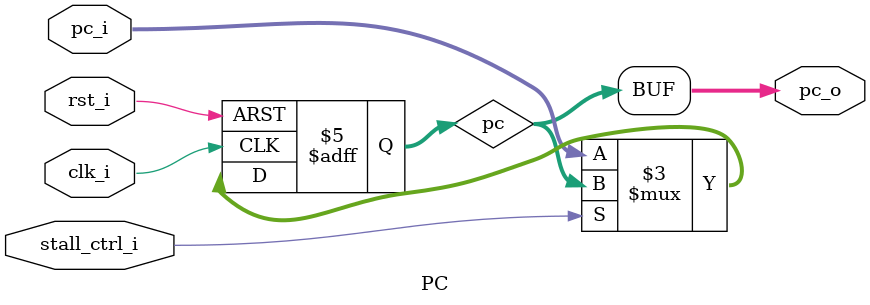
<source format=v>
module PC (
    input [31:0] pc_i,  // The new value for PC if stall_ctrl_i is not asserted.
    input stall_ctrl_i,  // Stall or not.
    output [31:0] pc_o,  // The value of the PC.

    input rst_i,  // Reset or not.
    input clk_i  // Note: this module works at posedge.
);

reg [31:0] pc;


assign pc_o = pc;


always @ (posedge clk_i or posedge rst_i) begin
    if (rst_i) begin
        pc <= 32'b0;
    end else begin
        if (~stall_ctrl_i) begin
            pc <= pc_i;
        end
    end
end

endmodule

</source>
